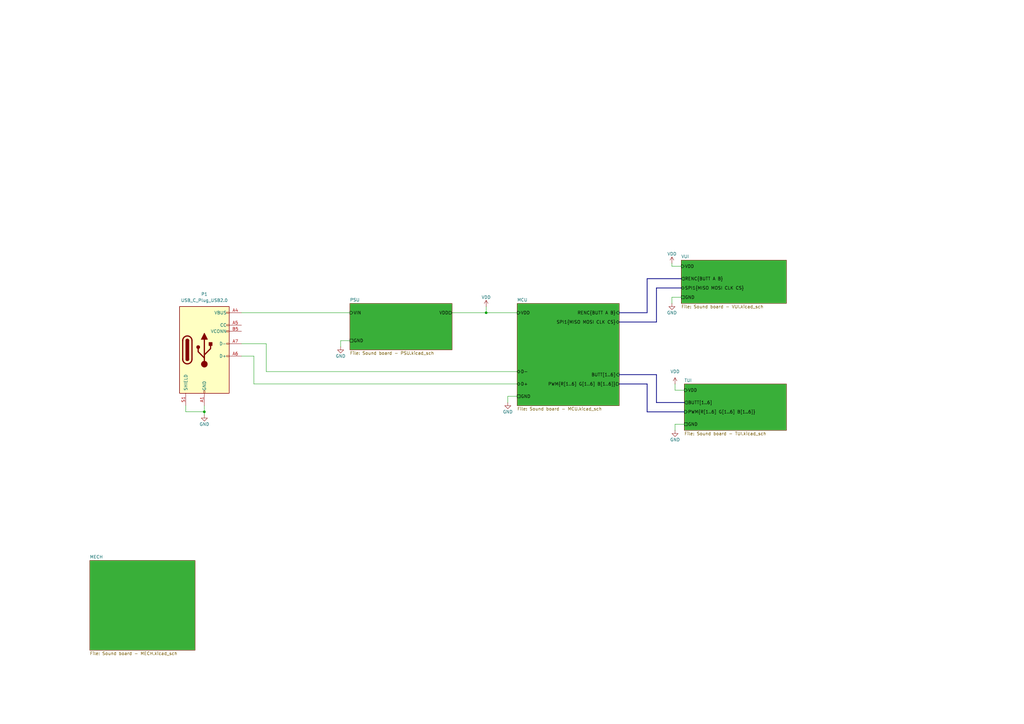
<source format=kicad_sch>
(kicad_sch (version 20250114) (generator "eeschema") (generator_version "9.0")
  (paper "A3")
  (title_block (title "Sound board") (date "08-02-2026") (rev "1") (company "Christiansens") (comment 1 "Top level"))
  (lib_symbols
    (symbol "Connector:USB_C_Plug_USB2.0" (pin_names (offset 1.016))
      (property "Reference" "P" (at -10.16 19.05 0))
      (property "Value" "USB_C_Plug_USB2.0" (at 12.7 19.05 0))
      (symbol "USB_C_Plug_USB2.0_0_0"
        (rectangle (start -0.254 -17.78) (end 0.254 -16.764))
        (rectangle (start 10.16 15.494) (end 9.144 14.986))
        (rectangle (start 10.16 10.414) (end 9.144 9.906))
        (rectangle (start 10.16 7.874) (end 9.144 7.366))
        (rectangle (start 10.16 2.794) (end 9.144 2.286))
        (rectangle (start 10.16 -2.286) (end 9.144 -2.794))
      )
      (symbol "USB_C_Plug_USB2.0_0_1"
        (rectangle (start -10.16 17.78) (end 10.16 -17.78) (stroke (width 0.254)) (fill (type background)))
        (polyline (pts (xy -8.89 -3.81) (xy -8.89 3.81)) (stroke (width 0.508)))
        (rectangle (start -7.62 -3.81) (end -6.35 3.81) (stroke (width 0.254)) (fill (type outline)))
        (arc (start -7.62 3.81) (mid -6.985 4.4423) (end -6.35 3.81) (stroke (width 0.254)))
        (arc (start -7.62 3.81) (mid -6.985 4.4423) (end -6.35 3.81) (stroke (width 0.254)) (fill (type outline)))
        (arc (start -8.89 3.81) (mid -6.985 5.7067) (end -5.08 3.81) (stroke (width 0.508)))
        (arc (start -5.08 -3.81) (mid -6.985 -5.7067) (end -8.89 -3.81) (stroke (width 0.508)))
        (arc (start -6.35 -3.81) (mid -6.985 -4.4423) (end -7.62 -3.81) (stroke (width 0.254)))
        (arc (start -6.35 -3.81) (mid -6.985 -4.4423) (end -7.62 -3.81) (stroke (width 0.254)) (fill (type outline)))
        (polyline (pts (xy -5.08 3.81) (xy -5.08 -3.81)) (stroke (width 0.508)))
        (circle (center -2.54 1.143) (radius 0.635) (stroke (width 0.254)) (fill (type outline)))
        (polyline (pts (xy -1.27 4.318) (xy 0 6.858) (xy 1.27 4.318) (xy -1.27 4.318)) (stroke (width 0.254)) (fill (type outline)))
        (polyline (pts (xy 0 -2.032) (xy 2.54 0.508) (xy 2.54 1.778)) (stroke (width 0.508)))
        (polyline (pts (xy 0 -3.302) (xy -2.54 -0.762) (xy -2.54 0.508)) (stroke (width 0.508)))
        (polyline (pts (xy 0 -5.842) (xy 0 4.318)) (stroke (width 0.508)))
        (circle (center 0 -5.842) (radius 1.27) (fill (type outline)))
        (rectangle (start 1.905 1.778) (end 3.175 3.048) (stroke (width 0.254)) (fill (type outline)))
      )
      (symbol "USB_C_Plug_USB2.0_1_1"
        (pin passive line (at -7.62 -22.86 90) (length 5.08) (name "SHIELD") (number "S1"))
        (pin passive line (at 0 -22.86 90) (length 5.08) (name "GND") (number "A1"))
        (pin passive line (at 0 -22.86 90) (length 5.08) (hide yes) (name "GND") (number "A12"))
        (pin passive line (at 0 -22.86 90) (length 5.08) (hide yes) (name "GND") (number "B1"))
        (pin passive line (at 0 -22.86 90) (length 5.08) (hide yes) (name "GND") (number "B12"))
        (pin passive line (at 15.24 15.24 180) (length 5.08) (name "VBUS") (number "A4"))
        (pin passive line (at 15.24 15.24 180) (length 5.08) (hide yes) (name "VBUS") (number "A9"))
        (pin passive line (at 15.24 15.24 180) (length 5.08) (hide yes) (name "VBUS") (number "B4"))
        (pin passive line (at 15.24 15.24 180) (length 5.08) (hide yes) (name "VBUS") (number "B9"))
        (pin bidirectional line (at 15.24 10.16 180) (length 5.08) (name "CC") (number "A5"))
        (pin bidirectional line (at 15.24 7.62 180) (length 5.08) (name "VCONN") (number "B5"))
        (pin bidirectional line (at 15.24 2.54 180) (length 5.08) (name "D-") (number "A7"))
        (pin bidirectional line (at 15.24 -2.54 180) (length 5.08) (name "D+") (number "A6"))
      )
    )
    (symbol "power:GND" (power) (pin_numbers (hide yes)) (pin_names (offset 0) (hide yes))
      (property "Value" "GND" (at 0 -3.81 0))
      (symbol "GND_0_1"
        (polyline (pts (xy 0 0) (xy 0 -1.27) (xy 1.27 -1.27) (xy 0 -2.54) (xy -1.27 -1.27) (xy 0 -1.27)))
      )
      (symbol "GND_1_1"
        (pin power_in line (at 0 0 270) (length 0) (name "~") (number "1"))
      )
    )
    (symbol "power:VDD" (power) (pin_numbers (hide yes)) (pin_names (offset 0) (hide yes))
      (property "Value" "VDD" (at 0 3.556 0))
      (symbol "VDD_0_1"
        (polyline (pts (xy -0.762 1.27) (xy 0 2.54)))
        (polyline (pts (xy 0 2.54) (xy 0.762 1.27)))
        (polyline (pts (xy 0 0) (xy 0 2.54)))
      )
      (symbol "VDD_1_1"
        (pin power_in line (at 0 0 90) (length 0) (name "~") (number "1"))
      )
    )
  )
  (junction (at 199.39 128.27))
  (junction (at 83.82 168.91))
  (wire (pts (xy 83.82 168.91) (xy 83.82 170.18)))
  (wire (pts (xy 276.86 173.99) (xy 276.86 176.53)))
  (bus (pts (xy 269.24 118.11) (xy 269.24 132.08)))
  (wire (pts (xy 276.86 157.48) (xy 276.86 160.02)))
  (bus (pts (xy 269.24 132.08) (xy 254 132.08)))
  (wire (pts (xy 276.86 160.02) (xy 280.67 160.02)))
  (wire (pts (xy 99.06 146.05) (xy 104.14 146.05)))
  (wire (pts (xy 199.39 125.73) (xy 199.39 128.27)))
  (wire (pts (xy 208.28 162.56) (xy 208.28 165.1)))
  (wire (pts (xy 99.06 128.27) (xy 143.51 128.27)))
  (wire (pts (xy 109.22 140.97) (xy 109.22 152.4)))
  (wire (pts (xy 275.59 109.22) (xy 275.59 107.95)))
  (wire (pts (xy 275.59 121.92) (xy 275.59 124.46)))
  (bus (pts (xy 269.24 153.67) (xy 254 153.67)))
  (wire (pts (xy 276.86 173.99) (xy 280.67 173.99)))
  (bus (pts (xy 265.43 114.3) (xy 265.43 128.27)))
  (wire (pts (xy 104.14 157.48) (xy 212.09 157.48)))
  (wire (pts (xy 83.82 166.37) (xy 83.82 168.91)))
  (wire (pts (xy 76.2 168.91) (xy 83.82 168.91)))
  (wire (pts (xy 109.22 152.4) (xy 212.09 152.4)))
  (wire (pts (xy 104.14 146.05) (xy 104.14 157.48)))
  (wire (pts (xy 208.28 162.56) (xy 212.09 162.56)))
  (bus (pts (xy 269.24 165.1) (xy 280.67 165.1)))
  (wire (pts (xy 185.42 128.27) (xy 199.39 128.27)))
  (bus (pts (xy 269.24 118.11) (xy 279.4 118.11)))
  (bus (pts (xy 265.43 128.27) (xy 254 128.27)))
  (wire (pts (xy 139.7 139.7) (xy 143.51 139.7)))
  (wire (pts (xy 139.7 139.7) (xy 139.7 142.24)))
  (wire (pts (xy 275.59 109.22) (xy 279.4 109.22)))
  (bus (pts (xy 265.43 168.91) (xy 265.43 157.48)))
  (wire (pts (xy 76.2 166.37) (xy 76.2 168.91)))
  (wire (pts (xy 199.39 128.27) (xy 212.09 128.27)))
  (bus (pts (xy 269.24 165.1) (xy 269.24 153.67)))
  (bus (pts (xy 265.43 114.3) (xy 279.4 114.3)))
  (bus (pts (xy 265.43 157.48) (xy 254 157.48)))
  (wire (pts (xy 275.59 121.92) (xy 279.4 121.92)))
  (wire (pts (xy 99.06 140.97) (xy 109.22 140.97)))
  (bus (pts (xy 265.43 168.91) (xy 280.67 168.91)))
  (symbol (lib_id "power:VDD") (at 276.86 157.48 0) (unit 1)
    (property "Reference" "#PWR05" (effects (hide yes)))
    (property "Value" "VDD" (at 276.86 152.4 0))
    (property "Description" "Power symbol creates a global label with name \"VDD\"" (effects (hide yes)))
  )
  (symbol (lib_id "power:VDD") (at 199.39 125.73 0) (unit 1)
    (property "Reference" "#PWR07" (effects (hide yes)))
    (property "Value" "VDD" (at 199.39 121.92 0))
    (property "Description" "Power symbol creates a global label with name \"VDD\"" (effects (hide yes)))
  )
  (symbol (lib_id "power:GND") (at 275.59 124.46 0) (unit 1)
    (property "Reference" "#PWR06" (effects (hide yes)))
    (property "Value" "GND" (at 275.59 128.27 0))
    (property "Description" "Power symbol creates a global label with name \"GND\" , ground" (effects (hide yes)))
  )
  (symbol (lib_id "power:GND") (at 139.7 142.24 0) (unit 1)
    (property "Reference" "#PWR01" (effects (hide yes)))
    (property "Value" "GND" (at 139.7 146.05 0))
    (property "Description" "Power symbol creates a global label with name \"GND\" , ground" (effects (hide yes)))
  )
  (symbol (lib_id "power:VDD") (at 275.59 107.95 0) (unit 1)
    (property "Reference" "#PWR04" (effects (hide yes)))
    (property "Value" "VDD" (at 275.59 104.14 0))
    (property "Description" "Power symbol creates a global label with name \"VDD\"" (effects (hide yes)))
  )
  (symbol (lib_id "power:GND") (at 83.82 170.18 0) (unit 1)
    (property "Reference" "#PWR08" (effects (hide yes)))
    (property "Value" "GND" (at 83.82 173.99 0))
    (property "Description" "Power symbol creates a global label with name \"GND\" , ground" (effects (hide yes)))
  )
  (symbol (lib_id "Connector:USB_C_Plug_USB2.0") (at 83.82 143.51 0) (unit 1)
    (property "Reference" "P1" (at 83.82 120.65 0))
    (property "Value" "USB_C_Plug_USB2.0" (at 83.82 123.19 0))
    (property "Footprint" "Connector_USB:USB_C_Receptacle_XKB_U262-16XN-4BVC11" (effects (hide yes)))
    (property "Datasheet" "https://www.usb.org/sites/default/files/documents/usb_type-c.zip" (effects (hide yes)))
    (property "Description" "USB 2.0-only Type-C Plug connector" (effects (hide yes)))
  )
  (symbol (lib_id "power:GND") (at 208.28 165.1 0) (unit 1)
    (property "Reference" "#PWR02" (effects (hide yes)))
    (property "Value" "GND" (at 208.28 168.91 0))
    (property "Description" "Power symbol creates a global label with name \"GND\" , ground" (effects (hide yes)))
  )
  (symbol (lib_id "power:GND") (at 276.86 176.53 0) (unit 1)
    (property "Reference" "#PWR03" (effects (hide yes)))
    (property "Value" "GND" (at 276.86 180.34 0))
    (property "Description" "Power symbol creates a global label with name \"GND\" , ground" (effects (hide yes)))
  )
  (sheet (at 143.51 124.46) (size 41.91 19.05) (stroke (width 0.1524)) (fill (color 57 175 57 1.0000))
    (property "Sheetname" "PSU" (at 143.51 123.7484 0) (effects (justify left bottom)))
    (property "Sheetfile" "Sound board - PSU.kicad_sch" (at 143.51 144.0946 0) (effects (justify left top)))
    (pin "VIN" input (at 143.51 128.27 180))
    (pin "GND" passive (at 143.51 139.7 180))
    (pin "VDD" output (at 185.42 128.27 0))
  )
  (sheet (at 36.83 229.87) (size 43.18 36.83) (stroke (width 0.1524)) (fill (color 57 175 57 1.0000))
    (property "Sheetname" "MECH" (at 36.83 229.1584 0) (effects (justify left bottom)))
    (property "Sheetfile" "Sound board - MECH.kicad_sch" (at 36.83 267.2846 0) (effects (justify left top)))
  )
  (sheet (at 212.09 124.46) (size 41.91 41.91) (stroke (width 0.1524)) (fill (color 57 175 57 1.0000))
    (property "Sheetname" "MCU" (at 212.09 123.7484 0) (effects (justify left bottom)))
    (property "Sheetfile" "Sound board - MCU.kicad_sch" (at 212.09 166.9546 0) (effects (justify left top)))
    (pin "D+" bidirectional (at 212.09 157.48 180))
    (pin "D-" bidirectional (at 212.09 152.4 180))
    (pin "GND" passive (at 212.09 162.56 180))
    (pin "VDD" input (at 212.09 128.27 180))
    (pin "BUTT[1..6]" input (at 254 153.67 0))
    (pin "PWM{R[1..6] G[1..6] B[1..6]}" output (at 254 157.48 0))
    (pin "RENC{BUTT A B}" input (at 254 128.27 0))
    (pin "SPI1{MISO MOSI CLK CS}" bidirectional (at 254 132.08 0))
  )
  (sheet (at 280.67 157.48) (size 41.91 19.05) (stroke (width 0.1524)) (fill (color 57 175 57 1.0000))
    (property "Sheetname" "TUI" (at 280.67 156.7684 0) (effects (justify left bottom)))
    (property "Sheetfile" "Sound board - TUI.kicad_sch" (at 280.67 177.1146 0) (effects (justify left top)))
    (pin "BUTT[1..6]" output (at 280.67 165.1 180))
    (pin "GND" passive (at 280.67 173.99 180))
    (pin "PWM{R[1..6] G[1..6] B[1..6]}" input (at 280.67 168.91 180))
    (pin "VDD" input (at 280.67 160.02 180))
  )
  (sheet (at 279.4 106.68) (size 43.18 17.78) (stroke (width 0.1524)) (fill (color 57 175 57 1.0000))
    (property "Sheetname" "VUI" (at 279.4 105.9684 0) (effects (justify left bottom)))
    (property "Sheetfile" "Sound board - VUI.kicad_sch" (at 279.4 125.0446 0) (effects (justify left top)))
    (pin "GND" passive (at 279.4 121.92 180))
    (pin "VDD" input (at 279.4 109.22 180))
    (pin "RENC{BUTT A B}" output (at 279.4 114.3 180))
    (pin "SPI1{MISO MOSI CLK CS}" bidirectional (at 279.4 118.11 180))
  )
)
</source>
